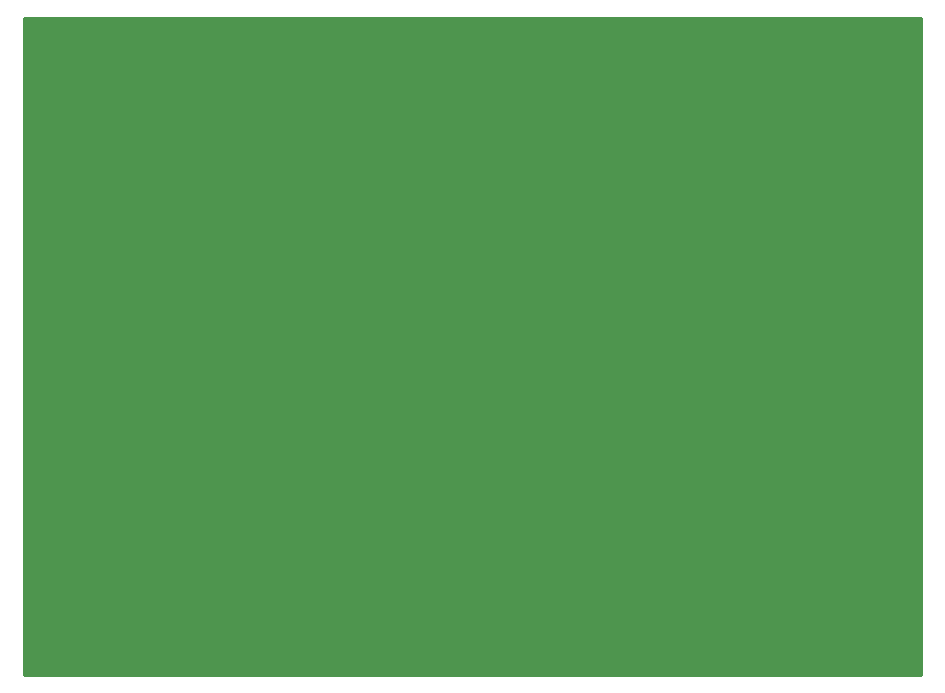
<source format=gbr>
%TF.GenerationSoftware,KiCad,Pcbnew,(5.1.9)-1*%
%TF.CreationDate,2022-07-15T12:11:18-04:00*%
%TF.ProjectId,X-Band_EPR_LGR,582d4261-6e64-45f4-9550-525f4c47522e,1.0*%
%TF.SameCoordinates,Original*%
%TF.FileFunction,Soldermask,Bot*%
%TF.FilePolarity,Negative*%
%FSLAX46Y46*%
G04 Gerber Fmt 4.6, Leading zero omitted, Abs format (unit mm)*
G04 Created by KiCad (PCBNEW (5.1.9)-1) date 2022-07-15 12:11:18*
%MOMM*%
%LPD*%
G01*
G04 APERTURE LIST*
%ADD10C,5.000000*%
%ADD11C,10.000000*%
%ADD12C,8.000000*%
%ADD13O,16.000000X2.000000*%
%ADD14C,0.254000*%
%ADD15C,0.100000*%
G04 APERTURE END LIST*
D10*
%TO.C,H2*%
X91110000Y-91110000D03*
%TD*%
%TO.C,H3*%
X108890000Y-91110000D03*
%TD*%
%TO.C,H4*%
X108890000Y-108890000D03*
%TD*%
%TO.C,H5*%
X91110000Y-108890000D03*
%TD*%
D11*
%TO.C,H1*%
X100000000Y-100000000D03*
D12*
X107200000Y-100000000D03*
D13*
X100000000Y-100000000D03*
D12*
X92800000Y-100000000D03*
%TD*%
D14*
X137973000Y-127813000D02*
X62027000Y-127813000D01*
X62027000Y-72187000D01*
X137973000Y-72187000D01*
X137973000Y-127813000D01*
D15*
G36*
X137973000Y-127813000D02*
G01*
X62027000Y-127813000D01*
X62027000Y-72187000D01*
X137973000Y-72187000D01*
X137973000Y-127813000D01*
G37*
M02*

</source>
